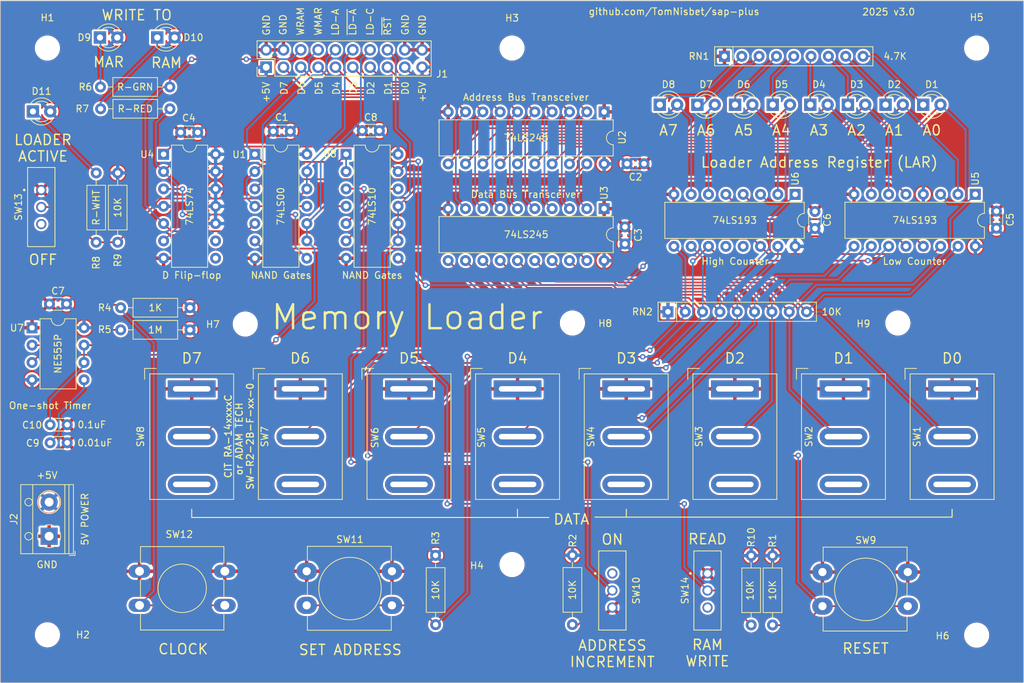
<source format=kicad_pcb>
(kicad_pcb (version 20240108) (generator "pcbnew") (generator_version "8.0")
  (title_block (title "SAP-Plus Memory Loader") (date "2025-07-01") (rev "3.0") (company "github.com/TomNisbet/sap-plus"))
  (layers (0 "F.Cu" signal) (31 "B.Cu" signal) (34 "B.Paste" user) (35 "F.Paste" user) (36 "B.SilkS" user "B.Silkscreen") (37 "F.SilkS" user "F.Silkscreen") (38 "B.Mask" user) (39 "F.Mask" user) (44 "Edge.Cuts" user))
  (net 0 "")
  (net 1 "Net-(U7-CV)")
  (net 2 "D0")
  (net 3 "D1")
  (net 4 "D2")
  (net 5 "D3")
  (net 6 "D4")
  (net 7 "D5")
  (net 8 "D6")
  (net 9 "D7")
  (net 10 "GND")
  (net 11 "VCC")
  (net 12 "Net-(U7-DIS)")
  (net 13 "Net-(D1-K)")
  (net 14 "Net-(D2-K)")
  (net 15 "Net-(D3-K)")
  (net 16 "Net-(D4-K)")
  (net 17 "Net-(D5-K)")
  (net 18 "Net-(D6-K)")
  (net 19 "Net-(D7-K)")
  (net 20 "Net-(D8-K)")
  (net 21 "Net-(D9-K)")
  (net 22 "Net-(D10-K)")
  (net 23 "Net-(D11-K)")
  (net 24 "WRAM")
  (net 25 "~{LD-ACT}")
  (net 26 "LD-ACT")
  (net 27 "WMAR")
  (net 28 "~{RST}")
  (net 29 "LD-CLK")
  (net 30 "LAR4")
  (net 31 "LAR2")
  (net 32 "LAR6")
  (net 33 "LAR7")
  (net 34 "LAR0")
  (net 35 "LAR1")
  (net 36 "LAR5")
  (net 37 "LAR3")
  (net 40 "/u-clk")
  (net 41 "/A0")
  (net 42 "/A1")
  (net 43 "/A2")
  (net 44 "/A3")
  (net 45 "/A4")
  (net 46 "/A5")
  (net 47 "/A6")
  (net 48 "/A7")
  (net 49 "/bo-down")
  (net 50 "/co-up")
  (net 53 "~{LD-CLK}")
  (net 54 "/~{wlar}")
  (net 55 "/sw-c")
  (net 56 "/sw-u")
  (net 57 "/~{dce}")
  (net 58 "/~{ace}")
  (net 59 "RST")
  (net 60 "~{READ}")
  (net 64 "Net-(U8-Pad12)")
  (footprint "LED_THT:LED_D3.0mm" (layer "F.Cu") (at 195.26 55.25)
    (property "Reference" "D1")
    (property "Value" "A0")
  )
  (footprint "LED_THT:LED_D3.0mm" (layer "F.Cu") (at 189.74571 55.25)
    (property "Reference" "D2")
    (property "Value" "A1")
  )
  (footprint "LED_THT:LED_D3.0mm" (layer "F.Cu") (at 184.231425 55.25)
    (property "Reference" "D3")
    (property "Value" "A2")
  )
  (footprint "LED_THT:LED_D3.0mm" (layer "F.Cu") (at 178.71714 55.25)
    (property "Reference" "D4")
    (property "Value" "A3")
  )
  (footprint "LED_THT:LED_D3.0mm" (layer "F.Cu") (at 173.202855 55.25)
    (property "Reference" "D5")
    (property "Value" "A4")
  )
  (footprint "LED_THT:LED_D3.0mm" (layer "F.Cu") (at 167.68857 55.25)
    (property "Reference" "D6")
    (property "Value" "A5")
  )
  (footprint "LED_THT:LED_D3.0mm" (layer "F.Cu") (at 156.66 55.25)
    (property "Reference" "D8")
    (property "Value" "A7")
  )
  (footprint "LED_THT:LED_D3.0mm" (layer "F.Cu") (at 83 45.4)
    (property "Reference" "D10")
    (property "Value" "RAM")
  )
  (footprint "Resistor_THT:R_Axial_DIN0207_L6.3mm_D2.5mm_P10.16mm_Horizontal" (layer "F.Cu") (at 74.7 55.85)
    (property "Reference" "R7")
    (property "Value" "R-RED")
  )
  (footprint "LED_THT:LED_D3.0mm" (layer "F.Cu") (at 162.174285 55.25)
    (property "Reference" "D7")
    (property "Value" "A6")
  )
  (footprint "LED_THT:LED_D3.0mm" (layer "F.Cu") (at 74.6 45.4)
    (property "Reference" "D9")
    (property "Value" "MAR" (hide yes))
  )
  (footprint "LED_THT:LED_D3.0mm" (layer "F.Cu") (at 64.775 56.24)
    (property "Reference" "D11")
    (property "Value" "ACTIVE")
  )
  (footprint "Resistor_THT:R_Axial_DIN0207_L6.3mm_D2.5mm_P10.16mm_Horizontal" (layer "F.Cu") (at 123.8 121.3 -90)
    (property "Reference" "R3")
    (property "Value" "10K")
  )
  (footprint "Resistor_THT:R_Axial_DIN0207_L6.3mm_D2.5mm_P10.16mm_Horizontal" (layer "F.Cu") (at 74.68 52.65)
    (property "Reference" "R6")
    (property "Value" "R-GRN")
  )
  (footprint "Resistor_THT:R_Axial_DIN0207_L6.3mm_D2.5mm_P10.16mm_Horizontal" (layer "F.Cu") (at 74.05 65.25 -90)
    (property "Reference" "R8")
    (property "Value" "R-WHT")
  )
  (footprint "Package_DIP:DIP-20_W7.62mm" (layer "F.Cu") (at 148.5 70.48 -90)
    (property "Reference" "U3")
    (property "Value" "74LS245")
  )
  (footprint "Package_DIP:DIP-20_W7.62mm" (layer "F.Cu") (at 148.5 56.3 -90)
    (property "Reference" "U2")
    (property "Value" "74LS245")
  )
  (footprint "Package_DIP:DIP-16_W7.62mm" (layer "F.Cu") (at 202.9 68.38 -90)
    (property "Reference" "U5")
    (property "Value" "74LS193")
  )
  (footprint "Package_DIP:DIP-16_W7.62mm" (layer "F.Cu") (at 176.5 68.39 -90)
    (property "Reference" "U6")
    (property "Value" "74LS193")
  )
  (footprint "Resistor_THT:R_Array_SIP9" (layer "F.Cu") (at 166.13 48.15)
    (property "Reference" "RN1")
    (property "Value" "4.7K")
  )
  (footprint "Resistor_THT:R_Axial_DIN0207_L6.3mm_D2.5mm_P10.16mm_Horizontal" (layer "F.Cu") (at 173.183334 131.5 90)
    (property "Reference" "R1")
    (property "Value" "10K")
  )
  (footprint "mySwitches:RockerSwitch CIT RA-14xxxxC" (layer "F.Cu") (at 183.578568 96.9)
    (property "Reference" "SW2")
    (property "Value" "SD1")
  )
  (footprint "Resistor_THT:R_Array_SIP9" (layer "F.Cu") (at 157.85 85.6)
    (property "Reference" "RN2")
    (property "Value" "10K")
  )
  (footprint "MountingHole:MountingHole_3.2mm_M3" (layer "F.Cu") (at 95.9 87.4)
    (property "Reference" "H7")
    (property "Value" "MountingHole")
  )
  (footprint "mySwitches:RockerSwitch CIT RA-14xxxxC" (layer "F.Cu") (at 167.65714 96.9)
    (property "Reference" "SW3")
    (property "Value" "SD2")
  )
  (footprint "Capacitor_THT:C_Disc_D3.0mm_W1.6mm_P2.50mm" (layer "F.Cu") (at 179.4 73.4 90)
    (property "Reference" "C6")
    (property "Value" "0.1uF")
  )
  (footprint "MountingHole:MountingHole_3.2mm_M3" (layer "F.Cu") (at 66.9 132.95)
    (property "Reference" "H2")
    (property "Value" "MountingHole")
  )
  (footprint "TerminalBlock_RND:TerminalBlock_RND_205-00012_1x02_P5.00mm_Horizontal" (layer "F.Cu") (at 67.15 118.5 90)
    (property "Reference" "J2")
    (property "Value" "5V POWER")
  )
  (footprint "Resistor_THT:R_Axial_DIN0207_L6.3mm_D2.5mm_P10.16mm_Horizontal" (layer "F.Cu") (at 170.05 131.5 90)
    (property "Reference" "R10")
    (property "Value" "10K")
  )
  (footprint "Capacitor_THT:C_Disc_D3.0mm_W1.6mm_P2.50mm" (layer "F.Cu") (at 69.7 84.45 180)
    (property "Reference" "C7")
    (property "Value" "0.1uF")
  )
  (footprint "Resistor_THT:R_Axial_DIN0207_L6.3mm_D2.5mm_P10.16mm_Horizontal" (layer "F.Cu") (at 77.2 75.41 90)
    (property "Reference" "R9")
    (property "Value" "10K")
  )
  (footprint "Capacitor_THT:C_Disc_D3.0mm_W1.6mm_P2.50mm" (layer "F.Cu") (at 206 73.35 90)
    (property "Reference" "C5")
    (property "Value" "0.1uF")
  )
  (footprint "Package_DIP:DIP-14_W7.62mm" (layer "F.Cu") (at 110.68 62.51)
    (property "Reference" "U8")
    (property "Value" "74LS10")
  )
  (footprint "Resistor_THT:R_Axial_DIN0207_L6.3mm_D2.5mm_P10.16mm_Horizontal" (layer "F.Cu") (at 87.8 85 180)
    (property "Reference" "R4")
    (property "Value" "1K")
  )
  (footprint "Connector_PinHeader_2.54mm:PinHeader_2x10_P2.54mm_Vertical" (layer "F.Cu") (at 98.96 49.75 90)
    (property "Reference" "J1")
    (property "Value" "Conn_02x10_Odd_Even")
  )
  (footprint "Capacitor_THT:C_Disc_D3.0mm_W1.6mm_P2.50mm" (layer "F.Cu") (at 151.85 63.9)
    (property "Reference" "C2")
    (property "Value" "0.1uF")
  )
  (footprint "MountingHole:MountingHole_3.2mm_M3" (layer "F.Cu") (at 203.1 46.95)
    (property "Reference" "H5")
    (property "Value" "MountingHole")
  )
  (footprint "Capacitor_THT:C_Disc_D3.0mm_W1.6mm_P2.50mm" (layer "F.Cu") (at 67.3 102.15)
    (property "Reference" "C10")
    (property "Value" "0.1uF")
  )
  (footprint "Capacitor_THT:C_Disc_D3.0mm_W1.6mm_P2.50mm" (layer "F.Cu") (at 88.93 59.3 180)
    (property "Reference" "C4")
    (property "Value" "0.1uF")
  )
  (footprint "Button_Switch_THT:SW_PUSH-12mm_Wuerth-430476085716" (layer "F.Cu") (at 180.5 123.75)
    (property "Reference" "SW9")
    (property "Value" "RESET")
  )
  (footprint "MountingHole:MountingHole_3.2mm_M3" (layer "F.Cu") (at 135 46.95)
    (property "Reference" "H3")
    (property "Value" "MountingHole")
  )
  (footprint "MountingHole:MountingHole_3.2mm_M3" (layer "F.Cu") (at 143.85 87.25)
    (property "Reference" "H8")
    (property "Value" "MountingHole")
  )
  (footprint "mySwitches:SW_EG1218" (layer "F.Cu") (at 163.65 126.45 -90)
    (property "Reference" "SW14")
    (property "Value" "SW_SPDT")
  )
  (footprint "mySwitches:SW_EG1218" (layer "F.Cu") (at 66 70.25 -90)
    (property "Reference" "SW13")
    (property "Value" "SW_SPDT")
  )
  (footprint "mySwitches:RockerSwitch CIT RA-14xxxxC" (layer "F.Cu") (at 135.814284 96.9)
    (property "Reference" "SW5")
    (property "Value" "SD4")
  )
  (footprint "mySwitches:SW_EG1218" (layer "F.Cu") (at 149.7 126.45 -90)
    (property "Reference" "SW10")
    (property "Value" "SW_SPDT")
  )
  (footprint "Package_DIP:DIP-8_W7.62mm" (layer "F.Cu") (at 64.65 87.95)
    (property "Reference" "U7")
    (property "Value" "NE555P")
  )
  (footprint "mySwitches:RockerSwitch CIT RA-14xxxxC" (layer "F.Cu") (at 119.892856 96.9)
    (property "Reference" "SW6")
    (property "Value" "SD5")
  )
  (footprint "Button_Switch_THT:SW_PUSH-12mm_Wuerth-430476085716" (layer "F.Cu") (at 104.9 123.63)
    (property "Reference" "SW11")
    (property "Value" "SET")
  )
  (footprint "mySwitches:RockerSwitch CIT RA-14xxxxC" (layer "F.Cu") (at 151.735712 96.9)
    (property "Reference" "SW4")
    (property "Value" "SD3")
  )
  (footprint "Package_DIP:DIP-14_W7.62mm" (layer "F.Cu") (at 83.93 62.51)
    (property "Reference" "U4")
    (property "Value" "74LS74")
  )
  (footprint "MountingHole:MountingHole_3.2mm_M3" (layer "F.Cu") (at 135 122.65)
    (property "Reference" "H4")
    (property "Value" "MountingHole")
  )
  (footprint "MountingHole:MountingHole_3.2mm_M3" (layer "F.Cu") (at 66.9 46.95)
    (property "Reference" "H1")
    (property "Value" "MountingHole")
  )
  (footprint "MountingHole:MountingHole_3.2mm_M3" (layer "F.Cu") (at 203.1 133)
    (property "Reference" "H6")
    (property "Value" "MountingHole")
  )
  (footprint "MountingHole:MountingHole_3.2mm_M3" (layer "F.Cu") (at 191.55 87.25)
    (property "Reference" "H9")
    (property "Value" "MountingHole")
  )
  (footprint "Package_DIP:DIP-14_W7.62mm" (layer "F.Cu") (at 97.305 62.51)
    (property "Reference" "U1")
    (property "Value" "74LS00")
  )
  (footprint "Resistor_THT:R_Axial_DIN0207_L6.3mm_D2.5mm_P10.16mm_Horizontal" (layer "F.Cu") (at 143.85 131.45 90)
    (property "Reference" "R2")
    (property "Value" "10K")
  )
  (footprint "Capacitor_THT:C_Disc_D3.0mm_W1.6mm_P2.50mm" (layer "F.Cu") (at 67.3 104.8)
    (property "Reference" "C9")
    (property "Value" "0.01uF")
  )
  (footprint "Capacitor_THT:C_Disc_D3.0mm_W1.6mm_P2.50mm" (layer "F.Cu") (at 102.5 59.15 180)
    (property "Reference" "C1")
    (property "Value" "0.1uF")
  )
  (footprint "mySwitches:RockerSwitch CIT RA-14xxxxC" (layer "F.Cu") (at 88.05 96.9)
    (property "Reference" "SW8")
    (property "Value" "SD7")
  )
  (footprint "Capacitor_THT:C_Disc_D3.0mm_W1.6mm_P2.50mm" (layer "F.Cu") (at 115.55 59.05 180)
    (property "Reference" "C8")
    (property "Value" "0.1uF")
  )
  (footprint "Resistor_THT:R_Axial_DIN0207_L6.3mm_D2.5mm_P10.16mm_Horizontal" (layer "F.Cu") (at 87.8 88.25 180)
    (property "Reference" "R5")
    (property "Value" "1M")
  )
  (footprint "mySwitches:RockerSwitch CIT RA-14xxxxC" (layer "F.Cu") (at 103.971428 96.9)
    (property "Reference" "SW7")
    (property "Value" "SD6")
  )
  (footprint "mySwitches:RockerSwitch CIT RA-14xxxxC" (layer "F.Cu") (at 199.5 96.9)
    (property "Reference" "SW1")
    (property "Value" "SD0")
  )
  (footprint "Capacitor_THT:C_Disc_D3.0mm_W1.6mm_P2.50mm" (layer "F.Cu") (at 151.55 75.65 90)
    (property "Reference" "C3")
    (property "Value" "0.1uF")
  )
  (footprint "Button_Switch_THT:SW_PUSH-12mm" (layer "F.Cu") (at 80.4 123.63)
    (property "Reference" "SW12")
    (property "Value" "CLOCK")
  )
  (gr_line (start 151.75 115.6) (end 151.75 114.55) (stroke (width 0.15)) (layer "F.SilkS"))
  (gr_line (start 135.8 115.7) (end 135.8 114.55) (stroke (width 0.15)) (layer "F.SilkS"))
  (gr_line (start 88.05 115.75) (end 140.4 115.75) (stroke (width 0.15)) (layer "F.SilkS"))
  (gr_line (start 147.15 115.7) (end 199.5 115.7) (stroke (width 0.15)) (layer "F.SilkS"))
  (gr_line (start 199.5 115.7) (end 199.5 114.55) (stroke (width 0.15)) (layer "F.SilkS"))
  (gr_line (start 88.05 115.725) (end 88.05 114.55) (stroke (width 0.15)) (layer "F.SilkS"))
  (gr_line (start 60 140) (end 60 40) (stroke (width 0.1)) (layer "Edge.Cuts"))
  (gr_line (start 210 40) (end 210 140) (stroke (width 0.1)) (layer "Edge.Cuts"))
  (gr_line (start 210 140) (end 60 140) (stroke (width 0.1)) (layer "Edge.Cuts"))
  (gr_line (start 60 40) (end 210 40) (stroke (width 0.1)) (layer "Edge.Cuts"))
  (gr_text "+5V" (at 121.85 55 90) (layer "F.SilkS") (effects (font (size 1 1)) (justify left)))
  (gr_text "One-shot Timer" (at 67.3 99.35 0) (layer "F.SilkS") (effects (font (size 1 1))))
  (gr_text "+5V" (at 98.95 55.05 90) (layer "F.SilkS") (effects (font (size 1 1)) (justify left)))
  (gr_text "GND" (at 101.45 45.15 90) (layer "F.SilkS") (effects (font (size 1 1)) (justify left)))
  (gr_text "D0" (at 199.5 93.3 0) (layer "F.SilkS") (effects (font (size 1.5 1.5) (thickness 0.2)) (justify bottom)))
  (gr_text "ON" (at 149.7 119.85 0) (layer "F.SilkS") (effects (font (size 1.5 1.5) (thickness 0.2)) (justify bottom)))
  (gr_text "LD-A" (at 109.1 45.2 90) (layer "F.SilkS") (effects (font (size 1 1)) (justify left)))
  (gr_text "D5" (at 119.9 93.3 0) (layer "F.SilkS") (effects (font (size 1.5 1.5) (thickness 0.2)) (justify bottom)))
  (gr_text "D1" (at 116.85 53.9 90) (layer "F.SilkS") (effects (font (size 1 1)) (justify left)))
  (gr_text "Loader Address Register (LAR)" (at 180.05 63.7 0) (layer "F.SilkS") (effects (font (size 1.5 1.5) (thickness 0.2))))
  (gr_text "~{LD-A}" (at 111.65 45.2 90) (layer "F.SilkS") (effects (font (size 1 1)) (justify left)))
  (gr_text "GND" (at 99 45.2 90) (layer "F.SilkS") (effects (font (size 1 1)) (justify left)))
  (gr_text "LOADER\nACTIVE" (at 66.25 63.7 0) (layer "F.SilkS") (effects (font (size 1.5 1.5) (thickness 0.2)) (justify bottom)))
  (gr_text "D2" (at 167.65 93.3 0) (layer "F.SilkS") (effects (font (size 1.5 1.5) (thickness 0.2)) (justify bottom)))
  (gr_text "LD-C" (at 114.2 45.2 90) (layer "F.SilkS") (effects (font (size 1 1)) (justify left)))
  (gr_text "GND" (at 121.85 45.2 90) (layer "F.SilkS") (effects (font (size 1 1)) (justify left)))
  (gr_text "D4" (at 109.25 53.9 90) (layer "F.SilkS") (effects (font (size 1 1)) (justify left)))
  (gr_text "DATA" (at 143.7 116.9 0) (layer "F.SilkS") (effects (font (size 1.5 1.5) (thickness 0.2)) (justify bottom)))
  (gr_text "D6" (at 103.95 93.3 0) (layer "F.SilkS") (effects (font (size 1.5 1.5) (thickness 0.2)) (justify bottom)))
  (gr_text "${COMPANY}" (at 158.75 41.6 0) (layer "F.SilkS") (effects (font (size 1 1))))
  (gr_text "D3" (at 111.75 53.9 90) (layer "F.SilkS") (effects (font (size 1 1)) (justify left)))
  (gr_text "OFF" (at 66.25 78.85 0) (layer "F.SilkS") (effects (font (size 1.5 1.5) (thickness 0.2)) (justify bottom)))
  (gr_text "D2" (at 114.3 53.9 90) (layer "F.SilkS") (effects (font (size 1 1)) (justify left)))
  (gr_text "D6" (at 104.15 53.9 90) (layer "F.SilkS") (effects (font (size 1 1)) (justify left)))
  (gr_text "D3" (at 151.75 93.3 0) (layer "F.SilkS") (effects (font (size 1.5 1.5) (thickness 0.2)) (justify bottom)))
  (gr_text "~{RST}" (at 116.75 45.2 90) (layer "F.SilkS") (effects (font (size 1 1)) (justify left)))
  (gr_text "READ" (at 163.65 119.8 0) (layer "F.SilkS") (effects (font (size 1.5 1.5) (thickness 0.2)) (justify bottom)))
  (gr_text "Memory Loader" (at 119.65 86.4 0) (layer "F.SilkS") (effects (font (size 3.5 3.5) (thickness 0.35))))
  (gr_text "NAND Gates" (at 114.5 80.25 0) (layer "F.SilkS") (effects (font (size 1 1))))
  (gr_text "WRITE TO" (at 80 43 0) (layer "F.SilkS") (effects (font (size 1.5 1.5) (thickness 0.2)) (justify bottom)))
  (gr_text "D Flip-flop" (at 88.05 80.25 0) (layer "F.SilkS") (effects (font (size 1 1))))
  (gr_text "NAND Gates" (at 101.15 80.25 0) (layer "F.SilkS") (effects (font (size 1 1))))
  (gr_text "CIT RA-14xxxxC\nor ADAM TECH \nSW-R2-2B-F-xx-0" (at 97.2 103.85 90) (layer "F.SilkS") (effects (font (size 1 1) (thickness 0.17) (bold yes)) (justify bottom)))
  (gr_text "2025 v${REVISION}" (at 190.2 41.65 0) (layer "F.SilkS") (effects (font (size 1 1))))
  (gr_text "D0" (at 119.35 53.9 90) (layer "F.SilkS") (effects (font (size 1 1)) (justify left)))
  (gr_text "D4" (at 135.8 93.3 0) (layer "F.SilkS") (effects (font (size 1.5 1.5) (thickness 0.2)) (justify bottom)))
  (gr_text "ADDRESS\nINCREMENT" (at 149.7 137.8 0) (layer "F.SilkS") (effects (font (size 1.5 1.5) (thickness 0.2)) (justify bottom)))
  (gr_text "D7" (at 101.6 53.9 90) (layer "F.SilkS") (effects (font (size 1 1)) (justify left)))
  (gr_text "RAM\nWRITE" (at 163.65 137.7 0) (layer "F.SilkS") (effects (font (size 1.5 1.5) (thickness 0.2)) (justify bottom)))
  (gr_text "WMAR" (at 106.6 45.2 90) (layer "F.SilkS") (effects (font (size 1 1)) (justify left)))
  (gr_text "GND" (at 119.35 45.15 90) (layer "F.SilkS") (effects (font (size 1 1)) (justify left)))
  (gr_text "GND" (at 66.85 123.25 0) (layer "F.SilkS") (effects (font (size 1 1)) (justify bottom)))
  (gr_text "D1" (at 183.6 93.3 0) (layer "F.SilkS") (effects (font (size 1.5 1.5) (thickness 0.2)) (justify bottom)))
  (gr_text "D5" (at 106.7 53.9 90) (layer "F.SilkS") (effects (font (size 1 1)) (justify left)))
  (gr_text "WRAM" (at 104 45.2 90) (layer "F.SilkS") (effects (font (size 1 1)) (justify left)))
  (gr_text "D7" (at 88.05 93.3 0) (layer "F.SilkS") (effects (font (size 1.5 1.5) (thickness 0.2)) (justify bottom)))
  (gr_text "+5V" (at 66.85 110.15 0) (layer "F.SilkS") (effects (font (size 1 1)) (justify bottom)))
  (segment (start 68.55 103.55) (end 67.3 104.8) (width 0.25) (layer "B.Cu") (net 1))
  (segment (start 72.27 95.57) (end 72.27 96.88) (width 0.25) (layer "B.Cu") (net 1))
  (segment (start 68.55 100.6) (end 68.55 103.55) (width 0.25) (layer "B.Cu") (net 1))
  (segment (start 72.27 96.88) (end 68.55 100.6) (width 0.25) (layer "B.Cu") (net 1))
  (segment (start 140.66 51) (end 145.96 56.3) (width 0.25) (layer "F.Cu") (net 2))
  (segment (start 119.28 49.75) (end 120.53 51) (width 0.25) (layer "F.Cu") (net 2))
  (segment (start 120.53 51) (end 140.66 51) (width 0.25) (layer "F.Cu") (net 2))
  (segment (start 145.96 70.5) (end 144.835 69.375) (width 0.25) (layer "B.Cu") (net 2))
  (segment (start 144.835 57.425) (end 145.96 56.3) (width 0.25) (layer "B.Cu") (net 2))
  (segment (start 144.835 69.375) (end 144.835 57.425) (width 0.25) (layer "B.Cu") (net 2))
  (segment (start 138.57 51.45) (end 143.42 56.3) (width 0.25) (layer "F.Cu") (net 3))
  (segment (start 118.44 51.45) (end 138.57 51.45) (width 0.25) (layer "F.Cu") (net 3))
  (segment (start 116.74 49.75) (end 118.44 51.45) (width 0.25) (layer "F.Cu") (net 3))
  (segment (start 142.295 69.375) (end 142.295 57.425) (width 0.25) (layer "B.Cu") (net 3))
  (segment (start 142.295 57.425) (end 143.42 56.3) (width 0.25) (layer "B.Cu") (net 3))
  (segment (start 143.42 70.5) (end 142.295 69.375) (width 0.25) (layer "B.Cu") (net 3))
  (segment (start 140.88 56.3) (end 136.48 51.9) (width 0.25) (layer "F.Cu") (net 4))
  (segment (start 116.35 51.9) (end 114.2 49.75) (width 0.25) (layer "F.Cu") (net 4))
  (segment (start 136.48 51.9) (end 116.35 51.9) (width 0.25) (layer "F.Cu") (net 4))
  (segment (start 139.755 57.425) (end 140.88 56.3) (width 0.25) (layer "B.Cu") (net 4))
  (segment (start 139.755 69.375) (end 139.755 57.425) (width 0.25) (layer "B.Cu") (net 4))
  (segment (start 140.88 70.5) (end 139.755 69.375) (width 0.25) (layer "B.Cu") (net 4))
  (segment (start 114.26 52.35) (end 111.66 49.75) (width 0.25) (layer "F.Cu") (net 5))
  (segment (start 138.34 56.3) (end 134.39 52.35) (width 0.25) (layer "F.Cu") (net 5))
  (segment (start 134.39 52.35) (end 114.26 52.35) (width 0.25) (layer "F.Cu") (net 5))
  (segment (start 136.925 57.715) (end 138.34 56.3) (width 0.25) (layer "B.Cu") (net 5))
  (segment (start 136.925 69.085) (end 136.925 57.715) (width 0.25) (layer "B.Cu") (net 5))
  (segment (start 138.34 70.5) (end 136.925 69.085) (width 0.25) (layer "B.Cu") (net 5))
  (segment (start 112.17 52.8) (end 109.12 49.75) (width 0.25) (layer "F.Cu") (net 6))
  (segment (start 132.3 52.8) (end 112.17 52.8) (width 0.25) (layer "F.Cu") (net 6))
  (segment (start 135.8 56.3) (end 132.3 52.8) (width 0.25) (layer "F.Cu") (net 6))
  (segment (start 135.8 70.5) (end 134.675 69.375) (width 0.25) (layer "B.Cu") (net 6))
  (segment (start 134.675 69.375) (end 134.675 57.425) (width 0.25) (layer "B.Cu") (net 6))
  (segment (start 134.675 57.425) (end 135.8 56.3) (width 0.25) (layer "B.Cu") (net 6))
  (segment (start 133.26 56.3) (end 130.21 53.25) (width 0.25) (layer "F.Cu") (net 7))
  (segment (start 110.08 53.25) (end 106.58 49.75) (width 0.25) (layer "F.Cu") (net 7))
  (segment (start 130.21 53.25) (end 110.08 53.25) (width 0.25) (layer "F.Cu") (net 7))
  (segment (start 132.135 57.425) (end 133.26 56.3) (width 0.25) (layer "B.Cu") (net 7))
  (segment (start 133.26 70.5) (end 132.135 69.375) (width 0.25) (layer "B.Cu") (net 7))
  (segment (start 132.135 69.375) (end 132.135 57.425) (width 0.25) (layer "B.Cu") (net 7))
  (segment (start 107.99 53.7) (end 104.04 49.75) (width 0.25) (layer "F.Cu") (net 8))
  (segment (start 130.72 56.3) (end 128.12 53.7) (width 0.25) (layer "F.Cu") (net 8))
  (segment (start 128.12 53.7) (end 107.99 53.7) (width 0.25) (layer "F.Cu") (net 8))
  (segment (start 129.595 69.375) (end 129.595 57.425) (width 0.25) (layer "B.Cu") (net 8))
  (segment (start 130.72 70.5) (end 129.595 69.375) (width 0.25) (layer "B.Cu") (net 8))
  (segment (start 129.595 57.425) (end 130.72 56.3) (width 0.25) (layer "B.Cu") (net 8))
  (segment (start 126.03 54.15) (end 105.9 54.15) (width 0.25) (layer "F.Cu") (net 9))
  (segment (start 105.9 54.15) (end 101.5 49.75) (width 0.25) (layer "F.Cu") (net 9))
  (segment (start 128.18 56.3) (end 126.03 54.15) (width 0.25) (layer "F.Cu") (net 9))
  (segment (start 126.765 57.715) (end 128.18 56.3) (width 0.25) (layer "B.Cu") (net 9))
  (segment (start 128.18 70.5) (end 126.765 69.085) (width 0.25) (layer "B.Cu") (net 9))
  (segment (start 126.765 69.085) (end 126.765 57.715) (width 0.25) (layer "B.Cu") (net 9))
  (segment (start 77.64 88.25) (end 76.5 88.25) (width 0.25) (layer "F.Cu") (net 12))
  (segment (start 74.26 90.49) (end 72.27 90.49) (width 0.25) (layer "F.Cu") (net 12))
  (segment (start 76.5 88.25) (end 74.26 90.49) (width 0.25) (layer "F.Cu") (net 12))
  (segment (start 72.27 93.48) (end 67.3 98.45) (width 0.25) (layer "B.Cu") (net 12))
  (segment (start 72.27 90.49) (end 72.27 93.03) (width 0.25) (layer "B.Cu") (net 12))
  (segment (start 72.27 93.03) (end 72.27 93.48) (width 0.25) (layer "B.Cu") (net 12))
  (segment (start 67.3 98.45) (end 67.3 102.15) (width 0.25) (layer "B.Cu") (net 12))
  (segment (start 195.26 55.25) (end 188.16 48.15) (width 0.25) (layer "B.Cu") (net 13))
  (segment (start 188.16 48.15) (end 186.45 48.15) (width 0.25) (layer "B.Cu") (net 13))
  (segment (start 189.74571 53.98571) (end 183.91 48.15) (width 0.25) (layer "B.Cu") (net 14))
  (segment (start 189.74571 55.25) (end 189.74571 53.98571) (width 0.25) (layer "B.Cu") (net 14))
  (segment (start 184.231425 55.25) (end 184.231425 51.011425) (width 0.25) (layer "B.Cu") (net 15))
  (segment (start 184.231425 51.011425) (end 181.37 48.15) (width 0.25) (layer "B.Cu") (net 15))
  (segment (start 178.71714 48.26286) (end 178.83 48.15) (width 0.25) (layer "B.Cu") (net 16))
  (segment (start 178.71714 55.25) (end 178.71714 48.26286) (width 0.25) (layer "B.Cu") (net 16))
  (segment (start 173.202855 51.237145) (end 176.29 48.15) (width 0.25) (layer "B.Cu") (net 17))
  (segment (start 173.202855 55.25) (end 173.202855 51.237145) (width 0.25) (layer "B.Cu") (net 17))
  (segment (start 167.68857 54.21143) (end 173.75 48.15) (width 0.25) (layer "B.Cu") (net 18))
  (segment (start 167.68857 55.25) (end 167.68857 54.21143) (width 0.25) (layer "B.Cu") (net 18))
  (segment (start 168.956873 49.275) (end 170.085 49.275) (width 0.25) (layer "B.Cu") (net 19))
  (segment (start 162.981873 55.25) (end 168.956873 49.275) (width 0.25) (layer "B.Cu") (net 19))
  (segment (start 170.085 49.275) (end 171.21 48.15) (width 0.25) (layer "B.Cu") (net 19))
  (segment (start 162.174285 55.25) (end 162.981873 55.25) (width 0.25) (layer "B.Cu") (net 19))
  (segment (start 156.66 55.25) (end 157.885 54.025) (width 0.25) (layer "B.Cu") (net 20))
  (segment (start 157.885 54.025) (end 162.795 54.025) (width 0.25) (layer "B.Cu") (net 20))
  (segment (start 162.795 54.025) (end 168.67 48.15) (width 0.25) (layer "B.Cu") (net 20))
  (segment (start 74.6 45.4) (end 74.68 45.48) (width 0.25) (layer "B.Cu") (net 21))
  (segment (start 74.68 45.48) (end 74.68 52.65) (width 0.25) (layer "B.Cu") (net 21))
  (segment (start 83 46.64) (end 74.7 54.94) (width 0.25) (layer "B.Cu") (net 22))
  (segment (start 74.7 54.94) (end 74.7 55.85) (width 0.25) (layer "B.Cu") (net 22))
  (segment (start 83 45.4) (end 83 46.64) (width 0.25) (layer "B.Cu") (net 22))
  (segment (start 65.04 56.24) (end 74.05 65.25) (width 0.25) (layer "B.Cu") (net 23))
  (segment (start 64.775 56.24) (end 65.04 56.24) (width 0.25) (layer "B.Cu") (net 23))
  (segment (start 96.18 73.795) (end 97.305 72.67) (width 0.25) (layer "F.Cu") (net 24))
  (segment (start 83.93 72.67) (end 85.055 73.795) (width 0.25) (layer "F.Cu") (net 24))
  (segment (start 85.055 73.795) (end 96.18 73.795) (width 0.25) (layer "F.Cu") (net 24))
  (segment (start 96.05 48.575) (end 88.075 48.575) (width 0.25) (layer "F.Cu") (net 24))
  (via (at 88.05 48.6) (size 0.8) (drill 0.4) (layers "F.Cu" "B.Cu") (net 24))
  (via (at 96.05 48.575) (size 0.8) (drill 0.4) (layers "F.Cu" "B.Cu") (net 24))
  (segment (start 83.93 52.65) (end 81.25 55.33) (width 0.25) (layer "B.Cu") (net 24))
  (segment (start 81.25 55.33) (end 81.25 69.99) (width 0.25) (layer "B.Cu") (net 24))
  (segment (start 88.005 48.575) (end 84.84 51.74) (width 0.25) (layer "B.Cu") (net 24))
  (segment (start 84.84 52.65) (end 83.93 52.65) (width 0.25) (layer "B.Cu") (net 24))
  (segment (start 81.25 69.99) (end 83.93 72.67) (width 0.25) (layer "B.Cu") (net 24))
  (segment (start 88.05 48.6) (end 88.025 48.575) (width 0.25) (layer "B.Cu") (net 24))
  (segment (start 96.05 48.575) (end 102.675 48.575) (width 0.25) (layer "B.Cu") (net 24))
  (segment (start 102.675 48.575) (end 104.04 47.21) (width 0.25) (layer "B.Cu") (net 24))
  (segment (start 84.84 51.74) (end 84.84 52.65) (width 0.25) (layer "B.Cu") (net 24))
  (segment (start 88.025 48.575) (end 88.005 48.575) (width 0.25) (layer "B.Cu") (net 24))
  (segment (start 83.464009 69.005) (end 103.51 69.005) (width 0.25) (layer "F.Cu") (net 25))
  (segment (start 82.805 69.664009) (end 83.464009 69.005) (width 0.25) (layer "F.Cu") (net 25))
  (segment (start 82.805 69.795) (end 82.805 69.664009) (width 0.25) (layer "F.Cu") (net 25))
  (segment (start 77.2 75.4) (end 82.805 69.795) (width 0.25) (layer "F.Cu") (net 25))
  (segment (start 66 70.25) (end 68.69 70.25) (width 0.25) (layer "F.Cu") (net 25))
  (segment (start 77.2 75.41) (end 77.2 75.4) (width 0.25) (layer "F.Cu") (net 25))
  (segment (start 103.51 69.005) (end 104.925 67.59) (width 0.25) (layer "F.Cu") (net 25))
  (segment (start 73.85 75.41) (end 74.05 75.41) (width 0.25) (layer "F.Cu") (net 25))
  (segment (start 74.05 75.41) (end 77.2 75.41) (width 0.25) (layer "F.Cu") (net 25))
  (segment (start 68.69 70.25) (end 73.85 75.41) (width 0.25) (layer "F.Cu") (net 25))
  (segment (start 111.66 47.21) (end 110.485 48.385) (width 0.25) (layer "B.Cu") (net 25))
  (segment (start 104.925 64.325) (end 104.925 65.05) (width 0.25) (layer "B.Cu") (net 25))
  (segment (start 110.485 58.765) (end 104.925 64.325) (width 0.25) (layer "B.Cu") (net 25))
  (segment (start 110.485 48.385) (end 110.485 58.765) (width 0.25) (layer "B.Cu") (net 25))
  (segment (start 104.925 65.05) (end 104.925 67.59) (width 0.25) (layer "B.Cu") (net 25))
  (segment (start 97.305 70.13) (end 104.925 70.13) (width 0.25) (layer "F.Cu") (net 26))
  (segment (start 105.725 50.925) (end 98.45 58.2) (width 0.25) (layer "B.Cu") (net 26))
  (segment (start 97.305 65.05) (end 96.1 66.255) (width 0.25) (layer "B.Cu") (net 26))
  (segment (start 98.45 58.2) (end 98.45 63.905) (width 0.25) (layer "B.Cu") (net 26))
  (segment (start 98.45 63.905) (end 97.305 65.05) (width 0.25) (layer "B.Cu") (net 26))
  (segment (start 96.1 68.925) (end 97.305 70.13) (width 0.25) (layer "B.Cu") (net 26))
  (segment (start 107.066701 50.925) (end 105.725 50.925) (width 0.25) (layer "B.Cu") (net 26))
  (segment (start 107.755 48.575) (end 107.755 50.236701) (width 0.25) (layer "B.Cu") (net 26))
  (segment (start 107.755 50.236701) (end 107.066701 50.925) (width 0.25) (layer "B.Cu") (net 26))
  (segment (start 96.1 66.255) (end 96.1 68.925) (width 0.25) (layer "B.Cu") (net 26))
  (segment (start 109.12 47.21) (end 107.755 48.575) (width 0.25) (layer "B.Cu") (net 26))
  (segment (start 85.055 63.925) (end 95.89 63.925) (width 0.25) (layer "F.Cu") (net 27))
  (segment (start 83.93 65.05) (end 85.055 63.925) (width 0.25) (layer "F.Cu") (net 27))
  (segment (start 109.555 63.635) (end 110.68 62.51) (width 0.25) (layer "F.Cu") (net 27))
  (segment (start 97.305 62.51) (end 98.43 63.635) (width 0.25) (layer "F.Cu") (net 27))
  (segment (start 95.89 63.925) (end 97.305 62.51) (width 0.25) (layer "F.Cu") (net 27))
  (segment (start 98.43 63.635) (end 109.555 63.635) (width 0.25) (layer "F.Cu") (net 27))
  (segment (start 83.93 65.05) (end 82.805 63.925) (width 0.25) (layer "B.Cu") (net 27))
  (segment (start 82.805 57.905) (end 84.86 55.85) (width 0.25) (layer "B.Cu") (net 27))
  (segment (start 82.805 63.925) (end 82.805 57.905) (width 0.25) (layer "B.Cu") (net 27))
  (segment (start 105.215 48.575) (end 105.215 50.236701) (width 0.25) (layer "B.Cu") (net 27))
  (segment (start 104.125 50.925) (end 96.15 58.9) (width 0.25) (layer "B.Cu") (net 27))
  (segment (start 105.215 50.236701) (end 104.526701 50.925) (width 0.25) (layer "B.Cu") (net 27))
  (segment (start 85.95 67.07) (end 83.93 65.05) (width 0.25) (layer "B.Cu") (net 27))
  (segment (start 110.68 62.51) (end 110.68 65.05) (width 0.25) (layer "B.Cu") (net 27))
  (segment (start 83.93 75.21) (end 85.95 73.19) (width 0.25) (layer "B.Cu") (net 27))
  (segment (start 104.526701 50.925) (end 104.125 50.925) (width 0.25) (layer "B.Cu") (net 27))
  (segment (start 85.95 73.19) (end 85.95 67.07) (width 0.25) (layer "B.Cu") (net 27))
  (segment (start 96.15 61.355) (end 97.305 62.51) (width 0.25) (layer "B.Cu") (net 27))
  (segment (start 106.58 47.21) (end 105.215 48.575) (width 0.25) (layer "B.Cu") (net 27))
  (segment (start 96.15 58.9) (end 96.15 61.355) (width 0.25) (layer "B.Cu") (net 27))
  (segment (start 176.9 106.7) (end 176.95 106.65) (width 0.25) (layer "F.Cu") (net 28))
  (segment (start 180.5 128.75) (end 193 128.75) (width 0.25) (layer "F.Cu") (net 28))
  (segment (start 180.5 128.75) (end 177.72 131.53) (width 0.25) (layer "F.Cu") (net 28))
  (segment (start 177.72 131.53) (end 173.213334 131.53) (width 0.25) (layer "F.Cu") (net 28))
  (segment (start 173.213334 131.53) (end 173.183334 131.5) (width 0.25) (layer "F.Cu") (net 28))
  (segment (start 113.85 106.7) (end 176.9 106.7) (width 0.25) (layer "F.Cu") (net 28))
  (via (at 176.95 106.65) (size 0.8) (drill 0.4) (layers "F.Cu" "B.Cu") (net 28))
  (via (at 113.85 106.7) (size 0.8) (drill 0.4) (layers "F.Cu" "B.Cu") (net 28))
  (segment (start 116.3 91.2) (end 116.3 77.21) (width 0.25) (layer "B.Cu") (net 28))
  (segment (start 117.95 48.42) (end 116.74 47.21) (width 0.25) (layer "B.Cu") (net 28))
  (segment (start 120.05 60.85) (end 120.05 68.38) (width 0.25) (layer "B.Cu") (net 28))
  (segment (start 113.85 93.65) (end 116.3 91.2) (width 0.25) (layer "B.Cu") (net 28))
  (segment (start 116.3 77.21) (end 118.3 75.21) (width 0.25) (layer "B.Cu") (net 28))
  (segment (start 120.05 68.38) (end 118.3 70.13) (width 0.25) (layer "B.Cu") (net 28))
  (segment (start 120.05 60.85) (end 117.95 58.75) (width 0.25) (layer "B.Cu") (net 28))
  (segment (start 176.95 125.2) (end 180.5 128.75) (width 0.25) (layer "B.Cu") (net 28))
  (segment (start 118.3 72.67) (end 118.3 75.21) (width 0.25) (layer "B.Cu") (net 28))
  (segment (start 176.95 106.65) (end 176.95 125.2) (width 0.25) (layer "B.Cu") (net 28))
  (segment (start 113.85 106.7) (end 113.85 93.65) (width 0.25) (layer "B.Cu") (net 28))
  (segment (start 117.95 58.75) (end 117.95 48.42) (width 0.25) (layer "B.Cu") (net 28))
  (segment (start 118.3 70.13) (end 118.3 72.67) (width 0.25) (layer "B.Cu") (net 28))
  (segment (start 65.775 91.905) (end 64.65 93.03) (width 0.25) (layer "F.Cu") (net 29))
  (segment (start 107.465 70.13) (end 104.925 72.67) (width 0.25) (layer "F.Cu") (net 29))
  (segment (start 110.68 70.13) (end 107.465 70.13) (width 0.25) (layer "F.Cu") (net 29))
  (segment (start 100.4 89.7) (end 98.195 91.905) (width 0.25) (layer "F.Cu") (net 29))
  (segment (start 98.195 91.905) (end 65.775 91.905) (width 0.25) (layer "F.Cu") (net 29))
  (via (at 100.4 89.7) (size 0.8) (drill 0.4) (layers "F.Cu" "B.Cu") (net 29))
  (segment (start 106.95 63.559009) (end 106.95 70.645) (width 0.25) (layer "B.Cu") (net 29))
  (segment (start 100.4 89.7) (end 106.05 84.05) (width 0.25) (layer "B.Cu") (net 29))
  (segment (start 106.05 76.335) (end 104.925 75.21) (width 0.25) (layer "B.Cu") (net 29))
  (segment (start 112.835 48.575) (end 112.835 57.674009) (width 0.25) (layer "B.Cu") (net 29))
  (segment (start 106.05 84.05) (end 106.05 76.335) (width 0.25) (layer "B.Cu") (net 29))
  (segment (start 106.95 70.645) (end 104.925 72.67) (width 0.25) (layer "B.Cu") (net 29))
  (segment (start 114.2 47.21) (end 112.835 48.575) (width 0.25) (layer "B.Cu") (net 29))
  (segment (start 104.925 72.67) (end 104.925 75.21) (width 0.25) (layer "B.Cu") (net 29))
  (segment (start 112.835 57.674009) (end 106.95 63.559009) (width 0.25) (layer "B.Cu") (net 29))
  (segment (start 133.26 78.1) (end 137.26 82.1) (width 0.25) (layer "F.Cu") (net 30))
  (segment (start 165.06 82.65) (end 168.01 85.6) (width 0.25) (layer "F.Cu") (net 30))
  (segment (start 138.564284 101.15) (end 135.814284 103.9) (width 0.25) (layer "F.Cu") (net 30))
  (segment (start 137.26 82.1) (end 149.559188 82.1) (width 0.25) (layer "F.Cu") (net 30))
  (segment (start 150.109188 82.65) (end 165.06 82.65) (width 0.25) (layer "F.Cu") (net 30))
  (segment (start 149.559188 82.1) (end 150.109188 82.65) (width 0.25) (layer "F.Cu") (net 30))
  (segment (start 154.05 101.15) (end 138.564284 101.15) (width 0.25) (layer "F.Cu") (net 30))
  (via (at 154.05 101.15) (size 0.8) (drill 0.4) (layers "F.Cu" "B.Cu") (net 30))
  (segment (start 168.01 83.54) (end 173.96 77.59) (width 0.25) (layer "B.Cu") (net 30))
  (segment (start 168.01 85.6) (end 168.01 83.54) (width 0.25) (layer "B.Cu") (net 30))
  (segment (start 167.45 85.6) (end 168.01 85.6) (width 0.25) (layer "B.Cu") (net 30))
  (segment (start 154.3 101.15) (end 168 87.45) (width 0.25) (layer "B.Cu") (net 30))
  (segment (start 154.05 101.15) (end 154.3 101.15) (width 0.25) (layer "B.Cu") (net 30))
  (segment (start 168 87.45) (end 168 86.15) (width 0.25) (layer "B.Cu") (net 30))
  (segment (start 168 86.15) (end 167.45 85.6) (width 0.25) (layer "B.Cu") (net 30))
  (segment (start 173.96 77.59) (end 173.96 76.01) (width 0.25) (layer "B.Cu") (net 30))
  (segment (start 149.93198 81.2) (end 150.48198 81.75) (width 0.25) (layer "F.Cu") (net 31))
  (segment (start 169.24 81.75) (end 173.09 85.6) (width 0.25) (layer "F.Cu") (net 31))
  (segment (start 150.48198 81.75) (end 169.24 81.75) (width 0.25) (layer "F.Cu") (net 31))
  (segment (start 141.44 81.2) (end 149.93198 81.2) (width 0.25) (layer "F.Cu") (net 31))
  (segment (start 138.34 78.1) (end 141.44 81.2) (width 0.25) (layer "F.Cu") (net 31))
  (segment (start 167.90714 103.9) (end 173.11 98.69714) (width 0.25) (layer "B.Cu") (net 31))
  (segment (start 182.76 80.9) (end 187.66 76) (width 0.25) (layer "B.Cu") (net 31))
  (segment (start 173.09 85.6) (end 173.09 83.51) (width 0.25) (layer "B.Cu") (net 31))
  (segment (start 173.11 85.62) (end 173.09 85.6) (width 0.25) (layer "B.Cu") (net 31))
  (segment (start 167.65714 103.9) (end 167.90714 103.9) (width 0.25) (layer "B.Cu") (net 31))
  (segment (start 173.09 83.51) (end 175.7 80.9) (width 0.25) (layer "B.Cu") (net 31))
  (segment (start 173.11 98.69714) (end 173.11 85.62) (width 0.25) (layer "B.Cu") (net 31))
  (segment (start 175.7 80.9) (end 182.76 80.9) (width 0.25) (layer "B.Cu") (net 31))
  (segment (start 160.88 83.55) (end 162.93 85.6) (width 0.25) (layer "F.Cu") (net 32))
  (segment (start 149.736396 83.55) (end 160.88 83.55) (width 0.25) (layer "F.Cu") (net 32))
  (segment (start 149.186396 83) (end 149.736396 83.55) (width 0.25) (layer "F.Cu") (net 32))
  (segment (start 156.3 93.075) (end 156.275 93.1) (width 0.25) (layer "F.Cu") (net 32))
  (segment (start 133.08 83) (end 149.186396 83) (width 0.25) (layer "F.Cu") (net 32))
  (segment (start 128.18 78.1) (end 133.08 83) (width 0.25) (layer "F.Cu") (net 32))
  (segment (start 156.275 93.1) (end 114.771428 93.1) (width 0.25) (layer "F.Cu") (net 32))
  (segment (start 114.771428 93.1) (end 103.971428 103.9) (width 0.25) (layer "F.Cu") (net 32))
  (via (at 156.3 93.075) (size 0.8) (drill 0.4) (layers "F.Cu" "B.Cu") (net 32))
  (segment (start 162.95 77.7) (end 161.26 76.01) (width 0.25) (layer "B.Cu") (net 32))
  (segment (start 156.3 92.75) (end 162.93 86.12) (width 0.25) (layer "B.Cu") (net 32))
  (segment (start 162.93 85.6) (end 162.95 85.58) (width 0.25) (layer "B.Cu") (net 32))
  (segment (start 162.95 85.58) (end 162.95 77.7) (width 0.25) (layer "B.Cu") (net 32))
  (segment (start 156.3 93.075) (end 156.3 92.75) (width 0.25) (layer "B.Cu") (net 32))
  (segment (start 162.93 86.12) (end 162.93 85.6) (width 0.25) (layer "B.Cu") (net 32))
  (segment (start 149 83.45) (end 149.55 84) (width 0.25) (layer "F.Cu") (net 33))
  (segment (start 125.64 78.1) (end 130.99 83.45) (width 0.25) (layer "F.Cu") (net 33))
  (segment (start 89.6 103.9) (end 88.05 103.9) (width 0.25) (layer "F.Cu") (net 33))
  (segment (start 102.25 91.25) (end 89.6 103.9) (width 0.25) (layer "F.Cu") (net 33))
  (segment (start 130.99 83.45) (end 149 83.45) (width 0.25) (layer "F.Cu") (net 33))
  (segment (start 158.79 84) (end 160.39 85.6) (width 0.25) (layer "F.Cu") (net 33))
  (segment (start 155.2 91.25) (end 102.25 91.25) (width 0.25) (layer "F.Cu") (net 33))
  (segment (start 149.55 84) (end 158.79 84) (width 0.25) (layer "F.Cu") (net 33))
  (via (at 155.2 91.25) (size 0.8) (drill 0.4) (layers "F.Cu" "B.Cu") (net 33))
  (segment (start 155.2 91.25) (end 160.39 86.06) (width 0.25) (layer "B.Cu") (net 33))
  (segment (start 160.39 86.06) (end 160.39 85.6) (width 0.25) (layer "B.Cu") (net 33))
  (segment (start 160.41 85.58) (end 160.41 77.7) (width 0.25) (layer "B.Cu") (net 33))
  (segment (start 160.41 77.7) (end 158.72 76.01) (width 0.25) (layer "B.Cu") (net 33))
  (segment (start 160.39 85.6) (end 160.41 85.58) (width 0.25) (layer "B.Cu") (net 33))
  (segment (start 150.854772 80.85) (end 173.42 80.85) (width 0.25) (layer "F.Cu") (net 34))
  (segment (start 145.62 80.3) (end 150.304772 80.3) (width 0.25) (layer "F.Cu") (net 34))
  (segment (start 150.304772 80.3) (end 150.854772 80.85) (width 0.25) (layer "F.Cu") (net 34))
  (segment (start 143.42 78.1) (end 145.62 80.3) (width 0.25) (layer "F.Cu") (net 34))
  (segment (start 173.42 80.85) (end 178.17 85.6) (width 0.25) (layer "F.Cu") (net 34))
  (segment (start 180.35 85.6) (end 178.17 85.6) (width 0.25) (layer "B.Cu") (net 34))
  (segment (start 178.17 85.6) (end 180.72 83.05) (width 0.25) (layer "B.Cu") (net 34))
  (segment (start 193.31 83.05) (end 200.36 76) (width 0.25) (layer "B.Cu") (net 34))
  (segment (start 198.65 103.9) (end 180.35 85.6) (width 0.25) (layer "B.Cu") (net 34))
  (segment (start 199.5 103.9) (end 198.65 103.9) (width 0.25) (layer "B.Cu") (net 34))
  (segment (start 180.72 83.05) (end 193.31 83.05) (width 0.25) (layer "B.Cu") (net 34))
  (segment (start 171.33 81.3) (end 175.63 85.6) (width 0.25) (layer "F.Cu") (net 35))
  (segment (start 150.118376 80.75) (end 150.668376 81.3) (width 0.25) (layer "F.Cu") (net 35))
  (segment (start 143.53 80.75) (end 150.118376 80.75) (width 0.25) (layer "F.Cu") (net 35))
  (segment (start 140.88 78.1) (end 143.53 80.75) (width 0.25) (layer "F.Cu") (net 35))
  (segment (start 150.668376 81.3) (end 171.33 81.3) (width 0.25) (layer "F.Cu") (net 35))
  (segment (start 175.65 96.95) (end 175.65 85.62) (width 0.25) (layer "B.Cu") (net 35))
  (segment (start 193.760991 81.65) (end 199.235 76.175991) (width 0.25) (layer "B.Cu") (net 35))
  (segment (start 199.235 76.175991) (end 199.235 72.045) (width 0.25) (layer "B.Cu") (net 35))
  (segment (start 199.235 72.045) (end 202.9 68.38) (width 0.25) (layer "B.Cu") (net 35))
  (segment (start 179.58 81.65) (end 193.760991 81.65) (width 0.25) (layer "B.Cu") (net 35))
  (segment (start 182.6 103.9) (end 175.65 96.95) (width 0.25) (layer "B.Cu") (net 35))
  (segment (start 183.578568 103.9) (end 182.6 103.9) (width 0.25) (layer "B.Cu") (net 35))
  (segment (start 175.63 85.6) (end 179.58 81.65) (width 0.25) (layer "B.Cu") (net 35))
  (segment (start 175.65 85.62) (end 175.63 85.6) (width 0.25) (layer "B.Cu") (net 35))
  (segment (start 149.372792 82.55) (end 149.922792 83.1) (width 0.25) (layer "F.Cu") (net 36))
  (segment (start 149.922792 83.1) (end 162.97 83.1) (width 0.25) (layer "F.Cu") (net 36))
  (segment (start 135.17 82.55) (end 149.372792 82.55) (width 0.25) (layer "F.Cu") (net 36))
  (segment (start 157.55 93.8) (end 129.992856 93.8) (width 0.25) (layer "F.Cu") (net 36))
  (segment (start 162.97 83.1) (end 165.47 85.6) (width 0.25) (layer "F.Cu") (net 36))
  (segment (start 129.992856 93.8) (end 119.892856 103.9) (width 0.25) (layer "F.Cu") (net 36))
  (segment (start 130.72 78.1) (end 135.17 82.55) (width 0.25) (layer "F.Cu") (net 36))
  (via (at 157.55 93.8) (size 0.8) (drill 0.4) (layers "F.Cu" "B.Cu") (net 36))
  (segment (start 172.8 72.09) (end 176.5 68.39) (width 0.25) (layer "B.Cu") (net 36))
  (segment (start 165.47 85.88) (end 165.47 85.6) (width 0.25) (layer "B.Cu") (net 36))
  (segment (start 165.47 85.6) (end 165.47 83.550991) (width 0.25) (layer "B.Cu") (net 36))
  (segment (start 157.55 93.8) (end 165.47 85.88) (width 0.25) (layer "B.Cu") (net 36))
  (segment (start 172.8 76.220991) (end 172.8 72.09) (width 0.25) (layer "B.Cu") (net 36))
  (segment (start 165.47 83.550991) (end 172.8 76.220991) (width 0.25) (layer "B.Cu") (net 36))
  (segment (start 135.8 78.1) (end 139.35 81.65) (width 0.25) (layer "F.Cu") (net 37))
  (segment (start 139.35 81.65) (end 149.745584 81.65) (width 0.25) (layer "F.Cu") (net 37))
  (segment (start 167.15 82.2) (end 170.55 85.6) (width 0.25) (layer "F.Cu") (net 37))
  (segment (start 149.745584 81.65) (end 150.295584 82.2) (width 0.25) (layer "F.Cu") (net 37))
  (segment (start 150.295584 82.2) (end 167.15 82.2) (width 0.25) (layer "F.Cu") (net 37))
  (segment (start 151.735712 103.9) (end 154.1 103.9) (width 0.25) (layer "F.Cu") (net 37))
  (via (at 154.1 103.9) (size 0.8) (drill 0.4) (layers "F.Cu" "B.Cu") (net 37))
  (segment (start 154.1 103.85) (end 170.55 87.4) (width 0.25) (layer "B.Cu") (net 37))
  (segment (start 170.55 87.4) (end 170.55 85.6) (width 0.25) (layer "B.Cu") (net 37))
  (segment (start 170.55 85.6) (end 170.55 83.55) (width 0.25) (layer "B.Cu") (net 37))
  (segment (start 170.55 83.55) (end 173.75 80.35) (width 0.25) (layer "B.Cu") (net 37))
  (segment (start 154.1 103.9) (end 154.1 103.85) (width 0.25) (layer "B.Cu") (net 37))
  (segment (start 180.77 80.35) (end 185.12 76) (width 0.25) (layer "B.Cu") (net 37))
  (segment (start 173.75 80.35) (end 180.77 80.35) (width 0.25) (layer "B.Cu") (net 37))
  (segment (start 116.99 68.9) (end 110.68 75.21) (width 0.25) (layer "F.Cu") (net 40))
  (segment (start 120.9 67.55) (end 119.55 68.9) (width 0.25) (layer "F.Cu") (net 40))
  (segment (start 156.336396 67.55) (end 120.9 67.55) (width 0.25) (layer "F.Cu") (net 40))
  (segment (start 192.74 68.38) (end 190.46 66.1) (width 0.25) (layer "F.Cu") (net 40))
  (segment (start 190.46 66.1) (end 157.786396 66.1) (width 0.25) (layer "F.Cu") (net 40))
  (segment (start 157.786396 66.1) (end 156.336396 67.55) (width 0.25) (layer "F.Cu") (net 40))
  (segment (start 119.55 68.9) (end 116.99 68.9) (width 0.25) (layer "F.Cu") (net 40))
  (segment (start 191.2 61.85) (end 197.8 55.25) (width 0.25) (layer "F.Cu") (net 41))
  (segment (start 143.42 63.92) (end 145.49 61.85) (width 0.25) (layer "F.Cu") (net 41))
  (segment (start 145.49 61.85) (end 191.2 61.85) (width 0.25) (layer "F.Cu") (net 41))
  (segment (start 200.8 69.6) (end 199.04 69.6) (width 0.25) (layer "B.Cu") (net 41))
  (segment (start 199.04 69.6) (end 197.82 68.38) (width 0.25) (layer "B.Cu") (net 41))
  (segment (start 201.485 68.915) (end 200.8 69.6) (width 0.25) (layer "B.Cu") (net 41))
  (segment (start 201.485 58.935) (end 201.485 68.915) (width 0.25) (layer "B.Cu") (net 41))
  (segment (start 197.8 55.25) (end 201.485 58.935) (width 0.25) (layer "B.Cu") (net 41))
  (segment (start 143.4 61.4) (end 186.13571 61.4) (width 0.25) (layer "F.Cu") (net 42))
  (segment (start 186.13571 61.4) (end 192.28571 55.25) (width 0.25) (layer "F.Cu") (net 42))
  (segment (start 140.88 63.92) (end 143.4 61.4) (width 0.25) (layer "F.Cu") (net 42))
  (segment (start 200.36 68.38) (end 200.36 63.32429) (width 0.25) (layer "B.Cu") (net 42))
  (segment (start 200.36 63.32429) (end 192.28571 55.25) (width 0.25) (layer "B.Cu") (net 42))
  (segment (start 141.31 60.95) (end 181.071425 60.95) (width 0.25) (layer "F.Cu") (net 43))
  (segment (start 138.34 63.92) (end 141.31 60.95) (width 0.25) (layer "F.Cu") (net 43))
  (segment (start 181.071425 60.95) (end 186.771425 55.25) (width 0.25) (layer "F.Cu") (net 43))
  (segment (start 190.2 58.678575) (end 186.771425 55.25) (width 0.25) (layer "B.Cu") (net 43))
  (segment (start 190.2 68.38) (end 190.2 58.678575) (width 0.25) (layer "B.Cu") (net 43))
  (segment (start 139.22 60.5) (end 176.00714 60.5) (width 0.25) (layer "F.Cu") (net 44))
  (segment (start 135.8 63.92) (end 139.22 60.5) (width 0.25) (layer "F.Cu") (net 44))
  (segment (start 176.00714 60.5) (end 181.25714 55.25) (width 0.25) (layer "F.Cu") (net 44))
  (segment (start 187.66 68.38) (end 187.66 61.65286) (width 0.25) (layer "B.Cu") (net 44))
  (segment (start 187.66 61.65286) (end 181.25714 55.25) (width 0.25) (layer "B.Cu") (net 44))
  (segment (start 170.942855 60.05) (end 175.742855 55.25) (width 0.25) (layer "F.Cu") (net 45))
  (segment (start 137.13 60.05) (end 170.942855 60.05) (width 0.25) (layer "F.Cu") (net 45))
  (segment (start 133.26 63.92) (end 137.13 60.05) (width 0.25) (layer "F.Cu") (net 45))
  (segment (start 172.58 69.55) (end 171.42 68.39) (width 0.25) (layer "B.Cu") (net 45))
  (segment (start 175.085 68.855991) (end 174.390991 69.55) (width 0.25) (layer "B.Cu") (net 45))
  (segment (start 175.742855 55.25) (end 175.085 55.907855) (width 0.25) (layer "B.Cu") (net 45))
  (segment (start 174.390991 69.55) (end 172.58 69.55) (width 0.25) (layer "B.Cu") (net 45))
  (segment (start 175.085 55.907855) (end 175.085 68.855991) (width 0.25) (layer "B.Cu") (net 45))
  (segment (start 135.04 59.6) (end 165.87857 59.6) (width 0.25) (layer "F.Cu") (net 46))
  (segment (start 165.87857 59.6) (end 170.22857 55.25) (width 0.25) (layer "F.Cu") (net 46))
  (segment (start 130.72 63.92) (end 135.04 59.6) (width 0.25) (layer "F.Cu") (net 46))
  (segment (start 173.96 58.98143) (end 170.22857 55.25) (width 0.25) (layer "B.Cu") (net 46))
  (segment (start 173.96 68.39) (end 173.96 58.98143) (width 0.25) (layer "B.Cu") (net 46))
  (segment (start 160.814285 59.15) (end 164.714285 55.25) (width 0.25) (layer "F.Cu") (net 47))
  (segment (start 132.95 59.15) (end 160.814285 59.15) (width 0.25) (layer "F.Cu") (net 47))
  (segment (start 128.18 63.92) (end 132.95 59.15) (width 0.25) (layer "F.Cu") (net 47))
  (segment (start 163.8 68.39) (end 163.8 56.164285) (width 0.25) (layer "B.Cu") (net 47))
  (segment (start 163.8 56.164285) (end 164.714285 55.25) (width 0.25) (layer "B.Cu") (net 47))
  (segment (start 155.75 58.7) (end 130.86 58.7) (width 0.25) (layer "F.Cu") (net 48))
  (segment (start 159.2 55.25) (end 155.75 58.7) (width 0.25) (layer "F.Cu") (net 48))
  (segment (start 130.86 58.7) (end 125.64 63.92) (width 0.25) (layer "F.Cu") (net 48))
  (segment (start 161.26 68.39) (end 161.26 57.31) (width 0.25) (layer "B.Cu") (net 48))
  (segment (start 161.26 57.31) (end 159.2 55.25) (width 0.25) (layer "B.Cu") (net 48))
  (segment (start 172.515 72.025) (end 191.305 72.025) (width 0.25) (layer "F.Cu") (net 49))
  (segment (start 168.88 68.39) (end 172.515 72.025) (width 0.25) (layer "F.Cu") (net 49))
  (segment (start 191.305 72.025) (end 195.28 76) (width 0.25) (layer "F.Cu") (net 49))
  (segment (start 172.475 74.525) (end 191.265 74.525) (width 0.25) (layer "F.Cu") (net 50))
  (segment (start 191.265 74.525) (end 192.74 76) (width 0.25) (layer "F.Cu") (net 50))
  (segment (start 166.34 68.39) (end 172.475 74.525) (width 0.25) (layer "F.Cu") (net 50))
  (segment (start 86.7 67.6) (end 83.94 67.6) (width 0.25) (layer "F.Cu") (net 53))
  (segment (start 103.25 71.35) (end 86.7 71.35) (width 0.25) (layer "F.Cu") (net 53))
  (segment (start 83.94 67.6) (end 83.93 67.59) (width 0.25) (layer "F.Cu") (net 53))
  (via (at 86.7 67.6) (size 0.8) (drill 0.4) (layers "F.Cu" "B.Cu") (net 53))
  (via (at 103.25 71.35) (size 0.8) (drill 0.4) (layers "F.Cu" "B.Cu") (net 53))
  (via (at 86.7 71.35) (size 0.8) (drill 0.4) (layers "F.Cu" "B.Cu") (net 53))
  (segment (start 103.25 76.075) (end 103.25 71.35) (width 0.25) (layer "B.Cu") (net 53))
  (segment (start 86.7 71.35) (end 86.7 67.6) (width 0.25) (layer "B.Cu") (net 53))
  (segment (start 104.925 77.75) (end 103.25 76.075) (width 0.25) (layer "B.Cu") (net 53))
  (segment (start 117.4 128.63) (end 120.97 128.63) (width 0.25) (layer "F.Cu") (net 54))
  (segment (start 120.97 128.63) (end 123.8 131.46) (width 0.25) (layer "F.Cu") (net 54))
  (segment (start 128.5 92.2) (end 128.45 92.15) (width 0.25) (layer "F.Cu") (net 54))
  (segment (start 163.8 76.01) (end 165.89 78.1) (width 0.25) (layer "F.Cu") (net 54))
  (segment (start 161.5 78.15) (end 161.66 78.15) (width 0.25) (layer "F.Cu") (net 54))
  (segment (start 154.15 92.2) (end 128.5 92.2) (width 0.25) (layer "F.Cu") (net 54))
  (segment (start 161.66 78.15) (end 163.8 76.01) (width 0.25) (layer "F.Cu") (net 54))
  (segment (start 104.9 128.63) (end 117.4 128.63) (width 0.25) (layer "F.Cu") (net 54))
  (segment (start 165.89 78.1) (end 187.15 78.1) (width 0.25) (layer "F.Cu") (net 54))
  (via (at 187.15 78.1) (size 0.8) (drill 0.4) (layers "F.Cu" "B.Cu") (net 54))
  (via (at 154.15 92.2) (size 0.8) (drill 0.4) (layers "F.Cu" "B.Cu") (net 54))
  (via (at 128.45 92.15) (size 0.8) (drill 0.4) (layers "F.Cu" "B.Cu") (net 54))
  (via (at 161.5 78.15) (size 0.8) (drill 0.4) (layers "F.Cu" "B.Cu") (net 54))
  (segment (start 161.512611 83.08162) (end 161.5 78.15) (width 0.25) (layer "B.Cu") (net 54))
  (segment (start 155.4 92.2) (end 161.515 86.085) (width 0.25) (layer "B.Cu") (net 54))
  (segment (start 128.45 126.81) (end 123.8 131.46) (width 0.25) (layer "B.Cu") (net 54))
  (segment (start 161.515 83.084009) (end 161.512611 83.08162) (width 0.25) (layer "B.Cu") (net 54))
  (segment (start 188.1 78.1) (end 190.2 76) (width 0.25) (layer "B.Cu") (net 54))
  (segment (start 187.15 78.1) (end 188.1 78.1) (width 0.25) (layer "B.Cu") (net 54))
  (segment (start 161.515 86.085) (end 161.515 83.084009) (width 0.25) (layer "B.Cu") (net 54))
  (segment (start 128.45 92.15) (end 128.45 126.81) (width 0.25) (layer "B.Cu") (net 54))
  (segment (start 154.15 92.2) (end 155.4 92.2) (width 0.25) (layer "B.Cu") (net 54))
  (segment (start 77.64 85) (end 77.24 84.6) (width 0.25) (layer "F.Cu") (net 55))
  (segment (start 64.66 90.5) (end 64.65 90.49) (width 0.25) (layer "F.Cu") (net 55))
  (segment (start 67 90.5) (end 64.66 90.5) (width 0.25) (layer "F.Cu") (net 55))
  (segment (start 72.9 84.6) (end 67 90.5) (width 0.25) (layer "F.Cu") (net 55))
  (segment (start 80.4 128.63) (end 92.9 128.63) (width 0.25) (layer "F.Cu") (net 55))
  (segment (start 77.24 84.6) (end 72.9 84.6) (width 0.25) (layer "F.Cu") (net 55))
  (segment (start 77.64 85.32) (end 77.64 85) (width 0.25) (layer "B.Cu") (net 55))
  (segment (start 80.4 128.63) (end 82.5 126.53) (width 0.25) (layer "B.Cu") (net 55))
  (segment (start 82.5 90.18) (end 77.64 85.32) (width 0.25) (layer "B.Cu") (net 55))
  (segment (start 82.5 126.53) (end 82.5 90.18) (width 0.25) (layer "B.Cu") (net 55))
  (segment (start 113.3 67.55) (end 110.72 67.55) (width 0.25) (layer "F.Cu") (net 56))
  (segment (start 146.1 107.625) (end 111.4 107.625) (width 0.25) (layer "F.Cu") (net 56))
  (segment (start 149.7 126.45) (end 144.7 131.45) (width 0.25) (layer "F.Cu") (net 56))
  (segment (start 110.72 67.55) (end 110.68 67.59) (width 0.25) (layer "F.Cu") (net 56))
  (segment (start 144.7 131.45) (end 143.85 131.45) (width 0.25) (layer "F.Cu") (net 56))
  (via (at 113.3 67.55) (size 0.8) (drill 0.4) (layers "F.Cu" "B.Cu") (net 56))
  (via (at 111.4 107.625) (size 0.8) (drill 0.4) (layers "F.Cu" "B.Cu") (net 56))
  (via (at 146.1 107.625) (size 0.8) (drill 0.4) (layers "F.Cu" "B.Cu") (net 56))
  (segment (start 113.25 90.6) (end 113.25 67.6) (width 0.25) (layer "B.Cu") (net 56))
  (segment (start 111.4 92.45) (end 113.25 90.6) (width 0.25) (layer "B.Cu") (net 56))
  (segment (start 146.1 107.625) (end 146.1 122.85) (width 0.25) (layer "B.Cu") (net 56))
  (segment (start 113.25 67.6) (end 113.3 67.55) (width 0.25) (layer "B.Cu") (net 56))
  (segment (start 111.4 107.625) (end 111.4 92.45) (width 0.25) (layer "B.Cu") (net 56))
  (segment (start 146.1 122.85) (end 149.7 126.45) (width 0.25) (layer "B.Cu") (net 56))
  (segment (start 97.305 75.21) (end 98.43 76.335) (width 0.25) (layer "F.Cu") (net 57))
  (segment (start 98.43 76.335) (end 144.195 76.335) (width 0.25) (layer "F.Cu") (net 57))
  (segment (start 144.195 76.335) (end 145.96 78.1) (width 0.25) (layer "F.Cu") (net 57))
  (segment (start 119.490991 65.45) (end 144.43 65.45) (width 0.25) (layer "F.Cu") (net 58))
  (segment (start 118.765991 66.175) (end 119.490991 65.45) (width 0.25) (layer "F.Cu") (net 58))
  (segment (start 97.305 67.59) (end 98.72 66.175) (width 0.25) (layer "F.Cu") (net 58))
  (segment (start 144.43 65.45) (end 145.96 63.92) (width 0.25) (layer "F.Cu") (net 58))
  (segment (start 98.72 66.175) (end 118.765991 66.175) (width 0.25) (layer "F.Cu") (net 58))
  (segment (start 172.545 77.135) (end 196.685 77.135) (width 0.25) (layer "F.Cu") (net 59))
  (segment (start 196.685 77.135) (end 197.82 76) (width 0.25) (layer "F.Cu") (net 59))
  (segment (start 122.3 81.7) (end 122.25 81.7) (width 0.25) (layer "F.Cu") (net 59))
  (segment (start 158.254009 74.885) (end 170.295 74.885) (width 0.25) (layer "F.Cu") (net 59))
  (segment (start 171.42 76.01) (end 172.545 77.135) (width 0.25) (layer "F.Cu") (net 59))
  (segment (start 170.295 74.885) (end 171.42 76.01) (width 0.25) (layer "F.Cu") (net 59))
  (segment (start 154.2 78.939009) (end 158.254009 74.885) (width 0.25) (layer "F.Cu") (net 59))
  (segment (start 122.25 81.7) (end 118.3 77.75) (width 0.25) (layer "F.Cu") (net 59))
  (via (at 122.3 81.7) (size 0.8) (drill 0.4) (layers "F.Cu" "B.Cu") (net 59))
  (via (at 154.2 78.939009) (size 0.8) (drill 0.4) (layers "F.Cu" "B.Cu") (net 59))
  (segment (start 151.439009 81.7) (end 154.2 78.939009) (width 0.25) (layer "B.Cu") (net 59))
  (segment (start 122.3 81.7) (end 151.439009 81.7) (width 0.25) (layer "B.Cu") (net 59))
  (segment (start 85.055 61.385) (end 114.635 61.385) (width 0.25) (layer "F.Cu") (net 60))
  (segment (start 163.65 126.45) (end 165 126.45) (width 0.25) (layer "F.Cu") (net 60))
  (segment (start 83.93 62.51) (end 85.055 61.385) (width 0.25) (layer "F.Cu") (net 60))
  (segment (start 118.3 65.05) (end 119.8 63.55) (width 0.25) (layer "F.Cu") (net 60))
  (segment (start 165 126.45) (end 170.05 131.5) (width 0.25) (layer "F.Cu") (net 60))
  (segment (start 119.8 63.55) (end 121.25 63.55) (width 0.25) (layer "F.Cu") (net 60))
  (segment (start 114.635 61.385) (end 118.3 65.05) (width 0.25) (layer "F.Cu") (net 60))
  (segment (start 125.5 113.75) (end 160.25 113.75) (width 0.25) (layer "F.Cu") (net 60))
  (via (at 125.5 113.75) (size 0.8) (drill 0.4) (layers "F.Cu" "B.Cu") (net 60))
  (via (at 121.25 63.55) (size 0.8) (drill 0.4) (layers "F.Cu" "B.Cu") (net 60))
  (via (at 160.25 113.75) (size 0.8) (drill 0.4) (layers "F.Cu" "B.Cu") (net 60))
  (segment (start 121.25 63.55) (end 121.25 92.2) (width 0.25) (layer "B.Cu") (net 60))
  (segment (start 160.25 123.05) (end 163.65 126.45) (width 0.25) (layer "B.Cu") (net 60))
  (segment (start 121.25 92.2) (end 125.5 96.45) (width 0.25) (layer "B.Cu") (net 60))
  (segment (start 125.5 96.45) (end 125.5 113.75) (width 0.25) (layer "B.Cu") (net 60))
  (segment (start 160.25 113.75) (end 160.25 123.05) (width 0.25) (layer "B.Cu") (net 60))
  (segment (start 118.3 67.59) (end 115.76 67.59) (width 0.25) (layer "F.Cu") (net 64))
  (segment (start 115.76 67.59) (end 110.68 72.67) (width 0.25) (layer "F.Cu") (net 64))
  (zone (net 10) (net_name "GND") (layer "F.Cu") (connect_pads (clearance 0.31)) (min_thickness 0.21) (fill yes (thermal_gap 0.508) (thermal_bridge_width 0.508))
    (polygon (pts (xy 209.9 140) (xy 60 140) (xy 60 40) (xy 209.9 40)))
  )
  (zone (net 11) (net_name "VCC") (layer "B.Cu") (connect_pads (clearance 0.31)) (min_thickness 0.21) (fill yes (thermal_gap 0.508) (thermal_bridge_width 0.508))
    (polygon (pts (xy 210 140) (xy 60 140) (xy 60 40) (xy 210 40)))
  )
)
</source>
